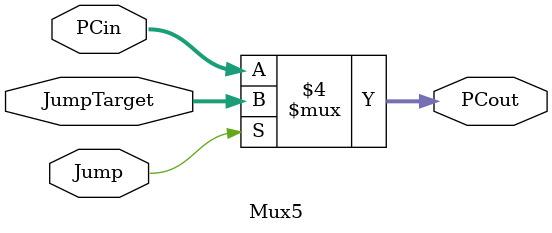
<source format=v>

module Mux5 (
    input wire [31:0] PCin,         // Output from Mux4
    input wire [31:0] JumpTarget,   // Calculated jump target address
    input wire Jump,                // Jump control signal
    output reg [31:0] PCout         // Selected next PC value
);

// Initialize PCout to 0
initial
begin
    PCout = 0;
end

// Always block to select the next PC value based on Jump control signal
always @(*) 
begin
    if (Jump)
        PCout = JumpTarget;
    else
        PCout = PCin;
end

endmodule
</source>
